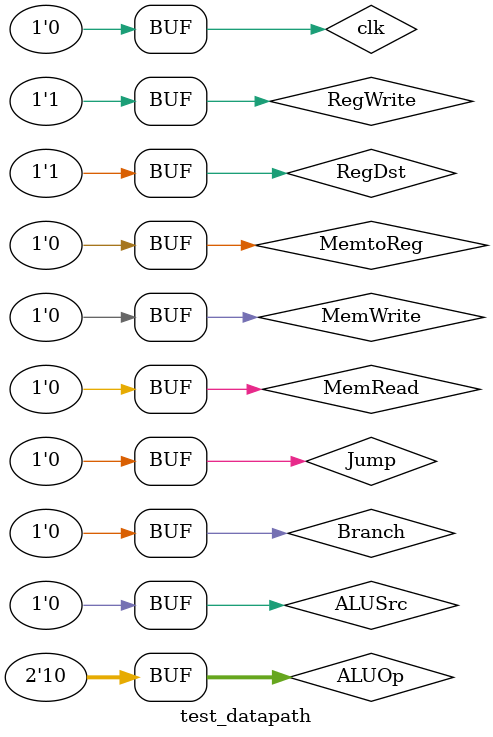
<source format=v>
module test_datapath;

	// Inputs
	reg clk;
	reg RegDst;
	reg Jump;
	reg Branch;
	reg MemRead;
	reg MemtoReg;
	reg MemWrite;
	reg ALUSrc;
	reg RegWrite;
	reg [1:0] ALUOp;

	// Outputs
	wire [5:0] opcode;

	// Instantiate the Unit Under Test (UUT)
	Datapath_32 uut (
		.clk(clk), 
		.RegDst(RegDst), 
		.Jump(Jump), 
		.Branch(Branch), 
		.MemRead(MemRead), 
		.MemtoReg(MemtoReg), 
		.MemWrite(MemWrite), 
		.ALUSrc(ALUSrc), 
		.RegWrite(RegWrite), 
		.ALUOp(ALUOp), 
		.opcode(opcode)
	);

	initial begin
		// Initialize Inputs
		clk = 0;
		RegDst = 1;
		Jump = 0;
		Branch = 0;
		MemRead = 0;
		MemtoReg = 0;
		MemWrite = 0;
		ALUSrc = 0;
		RegWrite = 1;
		ALUOp = 2'b10;

		// Wait 100 ns for global reset to finish
		#100;
        
		// Add stimulus here

	end
      
endmodule
</source>
